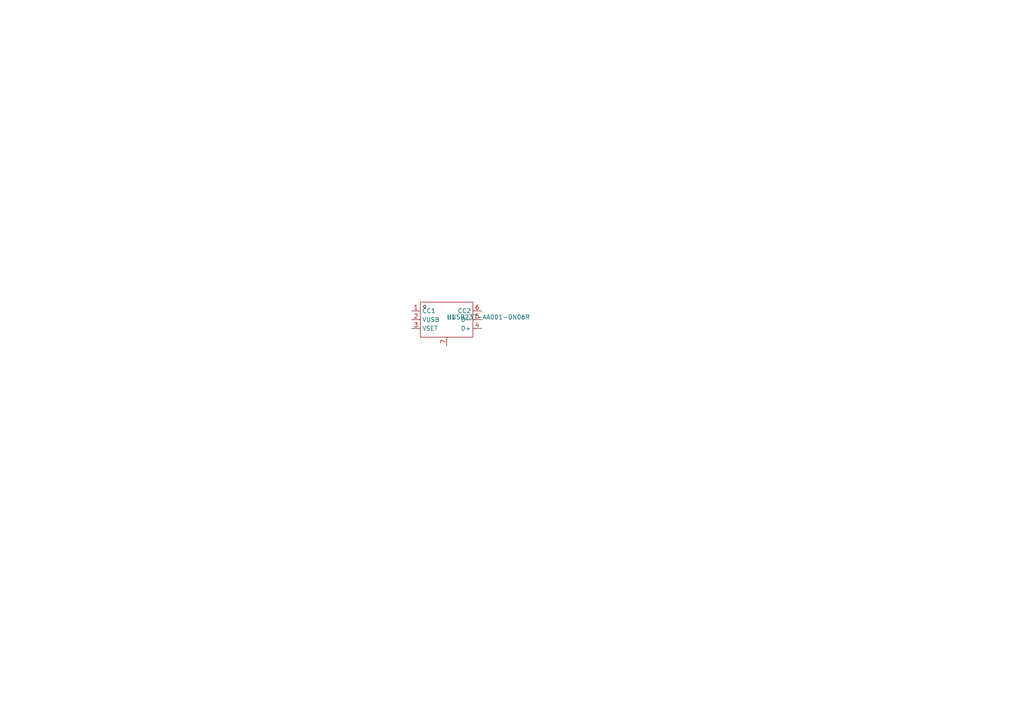
<source format=kicad_sch>
(kicad_sch (version 20250114) (generator "eeschema") (generator_version "9.0")
  (paper "A4")
  (lib_symbols
    (symbol "USB C_Power and Integration-altium-import:root_0_HUSB237-AA001-DN06R_"
      (symbol "root_0_HUSB237-AA001-DN06R__1_0"
        (rectangle (start -7.62 5.08) (end 7.62 -5.08) (stroke (width 0) (color 160 0 0 1)))
        (circle (center -6.35 3.81) (radius 0.381) (stroke (width 0) (color 0 0 0 1)))
        (pin passive line (at -10.16 2.54 0) (length 2.54) (name "CC1") (number "1"))
        (pin passive line (at -10.16 0 0) (length 2.54) (name "VUSB") (number "2"))
        (pin passive line (at -10.16 -2.54 0) (length 2.54) (name "VSET") (number "3"))
        (pin passive line (at 0 -7.62 90) (length 2.54) (name "GND") (number "7"))
        (pin passive line (at 10.16 2.54 180) (length 2.54) (name "CC2") (number "6"))
        (pin passive line (at 10.16 0 180) (length 2.54) (name "D-") (number "5"))
        (pin passive line (at 10.16 -2.54 180) (length 2.54) (name "D+") (number "4"))
      )
    )
  )
  (symbol (lib_id "USB C_Power and Integration-altium-import:root_0_HUSB237-AA001-DN06R_") (at 129.54 92.71 0) (unit 1)
    (property "Reference" "U1" (at 129.54 92.71 0) (effects (justify left bottom)))
    (property "Value" "HUSB237-AA001-DN06R" (at 129.54 92.71 0) (effects (justify left bottom)))
    (property "Footprint" "TDFN-6_L2.0-W2.0-P0.65-TL-EP" (effects (hide yes)))
    (property "SYMBOL" "HUSB237-AA001-DN06R" (effects (hide yes)))
    (property "DEVICE" "HUSB237-AA001-DN06R" (effects (hide yes)))
    (property "LCSC PART NAME" "HUSB237-AA001-DN06R" (effects (hide yes)))
    (property "SUPPLIER PART" "C22373734" (effects (hide yes)))
    (property "MANUFACTURER" "Hynetek(慧能泰)" (effects (hide yes)))
    (property "MANUFACTURER PART" "HUSB237-AA001-DN06R" (effects (hide yes)))
    (property "SUPPLIER FOOTPRINT" "DFN-6L-EP(2x2)" (effects (hide yes)))
    (property "JLCPCB PART CLASS" "Extended Part" (effects (hide yes)))
    (property "DATASHEET" "https://atta.szlcsc.com/upload/public/pdf/source/20240703/2FA95B5910131204ADEAE742C0EE084D.pdf" (effects (hide yes)))
    (property "SUPPLIER" "LCSC" (effects (hide yes)))
    (property "ADD INTO BOM" "yes" (effects (hide yes)))
    (property "CONVERT TO PCB" "yes" (effects (hide yes)))
  )
)
</source>
